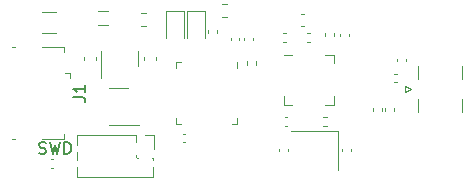
<source format=gbr>
%TF.GenerationSoftware,KiCad,Pcbnew,(6.0.1)*%
%TF.CreationDate,2022-05-09T00:38:21+05:45*%
%TF.ProjectId,ST_RF,53545f52-462e-46b6-9963-61645f706362,rev?*%
%TF.SameCoordinates,Original*%
%TF.FileFunction,Legend,Top*%
%TF.FilePolarity,Positive*%
%FSLAX46Y46*%
G04 Gerber Fmt 4.6, Leading zero omitted, Abs format (unit mm)*
G04 Created by KiCad (PCBNEW (6.0.1)) date 2022-05-09 00:38:21*
%MOMM*%
%LPD*%
G01*
G04 APERTURE LIST*
%ADD10C,0.150000*%
%ADD11C,0.120000*%
G04 APERTURE END LIST*
D10*
X27598857Y-41044761D02*
X27741714Y-41092380D01*
X27979809Y-41092380D01*
X28075047Y-41044761D01*
X28122666Y-40997142D01*
X28170285Y-40901904D01*
X28170285Y-40806666D01*
X28122666Y-40711428D01*
X28075047Y-40663809D01*
X27979809Y-40616190D01*
X27789333Y-40568571D01*
X27694095Y-40520952D01*
X27646476Y-40473333D01*
X27598857Y-40378095D01*
X27598857Y-40282857D01*
X27646476Y-40187619D01*
X27694095Y-40140000D01*
X27789333Y-40092380D01*
X28027428Y-40092380D01*
X28170285Y-40140000D01*
X28503619Y-40092380D02*
X28741714Y-41092380D01*
X28932190Y-40378095D01*
X29122666Y-41092380D01*
X29360761Y-40092380D01*
X29741714Y-41092380D02*
X29741714Y-40092380D01*
X29979809Y-40092380D01*
X30122666Y-40140000D01*
X30217904Y-40235238D01*
X30265523Y-40330476D01*
X30313142Y-40520952D01*
X30313142Y-40663809D01*
X30265523Y-40854285D01*
X30217904Y-40949523D01*
X30122666Y-41044761D01*
X29979809Y-41092380D01*
X29741714Y-41092380D01*
%TO.C,J1*%
X30504880Y-36274333D02*
X31219166Y-36274333D01*
X31362023Y-36321952D01*
X31457261Y-36417190D01*
X31504880Y-36560047D01*
X31504880Y-36655285D01*
X31504880Y-35274333D02*
X31504880Y-35845761D01*
X31504880Y-35560047D02*
X30504880Y-35560047D01*
X30647738Y-35655285D01*
X30742976Y-35750523D01*
X30790595Y-35845761D01*
D11*
%TO.C,J3*%
X30801000Y-40947530D02*
X30801000Y-41602470D01*
X37271000Y-42217530D02*
X37271000Y-43040000D01*
X30801000Y-42217530D02*
X30801000Y-43040000D01*
X35816000Y-41203471D02*
X35816000Y-41346529D01*
X30801000Y-39510000D02*
X30801000Y-40332470D01*
X35816000Y-39510000D02*
X35816000Y-40076529D01*
X36576000Y-39510000D02*
X37336000Y-39510000D01*
X35869471Y-41400000D02*
X36012529Y-41400000D01*
X37336000Y-39510000D02*
X37336000Y-40640000D01*
X37271000Y-43040000D02*
X30801000Y-43040000D01*
X35816000Y-39510000D02*
X30801000Y-39510000D01*
X37139471Y-41400000D02*
X37271000Y-41400000D01*
X37271000Y-41400000D02*
X37271000Y-41602470D01*
%TO.C,Y1*%
X52942400Y-42417000D02*
X52942400Y-39117000D01*
X52942400Y-39117000D02*
X48942400Y-39117000D01*
%TO.C,U4*%
X39173000Y-33806000D02*
X39173000Y-33331000D01*
X44393000Y-38551000D02*
X43918000Y-38551000D01*
X44393000Y-38076000D02*
X44393000Y-38551000D01*
X39173000Y-38076000D02*
X39173000Y-38551000D01*
X39173000Y-33331000D02*
X39648000Y-33331000D01*
X44393000Y-33806000D02*
X44393000Y-33331000D01*
X39173000Y-38551000D02*
X39648000Y-38551000D01*
%TO.C,U3*%
X34290000Y-38644000D02*
X36090000Y-38644000D01*
X34290000Y-35524000D02*
X33490000Y-35524000D01*
X34290000Y-38644000D02*
X33490000Y-38644000D01*
X34290000Y-35524000D02*
X35090000Y-35524000D01*
%TO.C,U2*%
X49049400Y-36908000D02*
X48324400Y-36908000D01*
X51819400Y-36908000D02*
X52544400Y-36908000D01*
X51819400Y-32688000D02*
X52544400Y-32688000D01*
X52544400Y-36908000D02*
X52544400Y-36183000D01*
X52544400Y-32688000D02*
X52544400Y-33413000D01*
X49049400Y-32688000D02*
X48324400Y-32688000D01*
X48324400Y-36908000D02*
X48324400Y-36183000D01*
%TO.C,U1*%
X32857000Y-33020000D02*
X32857000Y-32370000D01*
X35977000Y-33020000D02*
X35977000Y-32370000D01*
X32857000Y-33020000D02*
X32857000Y-34695000D01*
X35977000Y-33020000D02*
X35977000Y-33670000D01*
%TO.C,R5*%
X43069742Y-29478500D02*
X43544258Y-29478500D01*
X43069742Y-28433500D02*
X43544258Y-28433500D01*
%TO.C,R4*%
X36686258Y-29195500D02*
X36211742Y-29195500D01*
X36686258Y-30240500D02*
X36211742Y-30240500D01*
%TO.C,R3*%
X45162200Y-33554641D02*
X45162200Y-33247359D01*
X45922200Y-33554641D02*
X45922200Y-33247359D01*
%TO.C,R2*%
X51969041Y-38734000D02*
X51661759Y-38734000D01*
X51969041Y-37974000D02*
X51661759Y-37974000D01*
%TO.C,R1*%
X52576400Y-30834359D02*
X52576400Y-31141641D01*
X51816400Y-30834359D02*
X51816400Y-31141641D01*
%TO.C,J2*%
X59667500Y-37510000D02*
X59667500Y-36400000D01*
X58617500Y-35310000D02*
X58617500Y-35810000D01*
X63377500Y-34720000D02*
X63377500Y-33610000D01*
X59117500Y-35560000D02*
X58617500Y-35310000D01*
X58617500Y-35810000D02*
X59117500Y-35560000D01*
X63377500Y-37510000D02*
X63377500Y-36400000D01*
X59667500Y-34720000D02*
X59667500Y-33610000D01*
%TO.C,J1*%
X29702500Y-32041000D02*
X29702500Y-32491000D01*
X30252500Y-34241000D02*
X29802500Y-34241000D01*
X27852500Y-32041000D02*
X29702500Y-32041000D01*
X25302500Y-39841000D02*
X25552500Y-39841000D01*
X30252500Y-34241000D02*
X30252500Y-34691000D01*
X27852500Y-39841000D02*
X29702500Y-39841000D01*
X29702500Y-39841000D02*
X29702500Y-39391000D01*
X25302500Y-32041000D02*
X25552500Y-32041000D01*
%TO.C,FB1*%
X32620378Y-29031000D02*
X33419622Y-29031000D01*
X32620378Y-30151000D02*
X33419622Y-30151000D01*
%TO.C,F1*%
X27845936Y-30882000D02*
X29050064Y-30882000D01*
X27845936Y-29062000D02*
X29050064Y-29062000D01*
%TO.C,D2*%
X40159000Y-28995000D02*
X40159000Y-31280000D01*
X41629000Y-28995000D02*
X40159000Y-28995000D01*
X41629000Y-31280000D02*
X41629000Y-28995000D01*
%TO.C,D1*%
X38381000Y-28995000D02*
X38381000Y-31280000D01*
X39851000Y-28995000D02*
X38381000Y-28995000D01*
X39851000Y-31280000D02*
X39851000Y-28995000D01*
%TO.C,C18*%
X44556000Y-31476836D02*
X44556000Y-31261164D01*
X43836000Y-31476836D02*
X43836000Y-31261164D01*
%TO.C,C17*%
X28594164Y-42270000D02*
X28809836Y-42270000D01*
X28594164Y-41550000D02*
X28809836Y-41550000D01*
%TO.C,C16*%
X39985836Y-40111000D02*
X39770164Y-40111000D01*
X39985836Y-39391000D02*
X39770164Y-39391000D01*
%TO.C,C15*%
X42625600Y-30841836D02*
X42625600Y-30626164D01*
X41905600Y-30841836D02*
X41905600Y-30626164D01*
%TO.C,C14*%
X45699000Y-31476836D02*
X45699000Y-31261164D01*
X44979000Y-31476836D02*
X44979000Y-31261164D01*
%TO.C,C13*%
X57932400Y-33039164D02*
X57932400Y-33254836D01*
X58652400Y-33039164D02*
X58652400Y-33254836D01*
%TO.C,C12*%
X57676564Y-35031000D02*
X57892236Y-35031000D01*
X57676564Y-34311000D02*
X57892236Y-34311000D01*
%TO.C,C11*%
X56620400Y-37445836D02*
X56620400Y-37230164D01*
X55900400Y-37445836D02*
X55900400Y-37230164D01*
%TO.C,C10*%
X48635400Y-40874836D02*
X48635400Y-40659164D01*
X47915400Y-40874836D02*
X47915400Y-40659164D01*
%TO.C,C9*%
X57636400Y-37445836D02*
X57636400Y-37230164D01*
X56916400Y-37445836D02*
X56916400Y-37230164D01*
%TO.C,C8*%
X53249400Y-40659164D02*
X53249400Y-40874836D01*
X53969400Y-40659164D02*
X53969400Y-40874836D01*
%TO.C,C7*%
X48405564Y-37994000D02*
X48621236Y-37994000D01*
X48405564Y-38714000D02*
X48621236Y-38714000D01*
%TO.C,C6*%
X53826400Y-31123836D02*
X53826400Y-30908164D01*
X53106400Y-31123836D02*
X53106400Y-30908164D01*
%TO.C,C5*%
X37467000Y-33160580D02*
X37467000Y-32879420D01*
X36447000Y-33160580D02*
X36447000Y-32879420D01*
%TO.C,C4*%
X50282564Y-31602000D02*
X50498236Y-31602000D01*
X50282564Y-30882000D02*
X50498236Y-30882000D01*
%TO.C,C3*%
X49769820Y-30228000D02*
X50050980Y-30228000D01*
X49769820Y-29208000D02*
X50050980Y-29208000D01*
%TO.C,C2*%
X31367000Y-32879420D02*
X31367000Y-33160580D01*
X32387000Y-32879420D02*
X32387000Y-33160580D01*
%TO.C,C1*%
X48494236Y-30882000D02*
X48278564Y-30882000D01*
X48494236Y-31602000D02*
X48278564Y-31602000D01*
%TD*%
M02*

</source>
